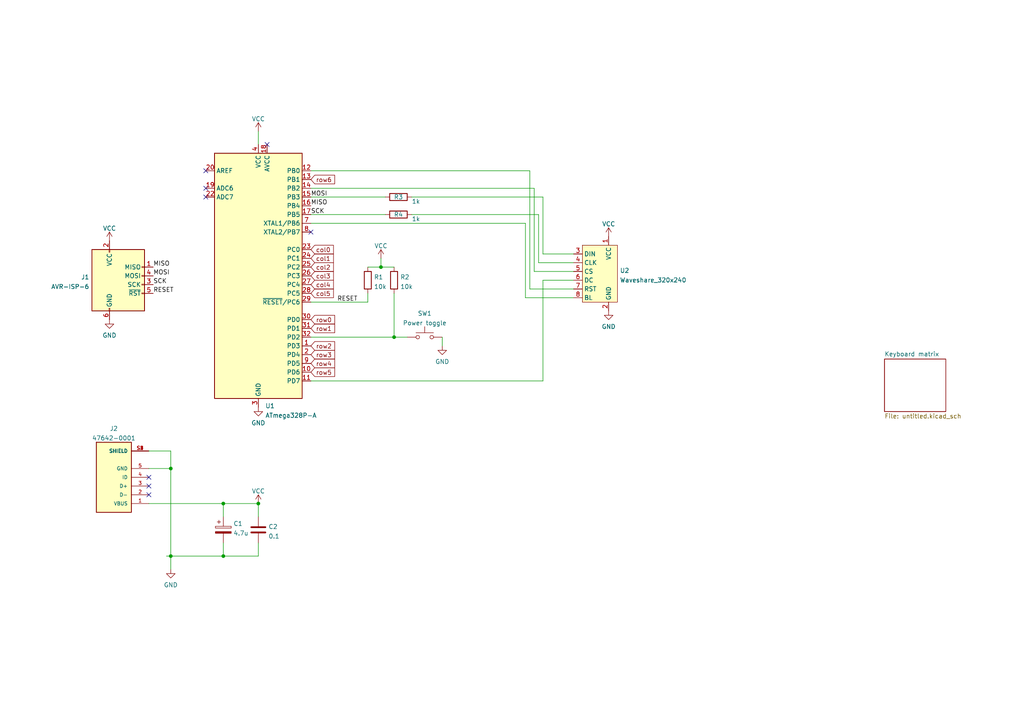
<source format=kicad_sch>
(kicad_sch (version 20211123) (generator eeschema)
  (paper "A4")
  (lib_symbols
    (symbol "47642-0001:47642-0001" (pin_names (offset 1.016))
      (property "Reference" "J" (at -5.08 11.43 0))
      (property "Value" "47642-0001" (at -5.08 -12.7 0))
      (symbol "47642-0001_0_0"
        (rectangle (start -5.08 -10.16) (end 5.08 10.16) (stroke (width 0.254)) (fill (type background)))
        (pin power_in line (at -10.16 7.62 0) (length 5.08) (name "VBUS") (number "1"))
        (pin bidirectional line (at -10.16 5.08 0) (length 5.08) (name "D-") (number "2"))
        (pin bidirectional line (at -10.16 2.54 0) (length 5.08) (name "D+") (number "3"))
        (pin bidirectional line (at -10.16 0 0) (length 5.08) (name "ID") (number "4"))
        (pin power_in line (at -10.16 -2.54 0) (length 5.08) (name "GND") (number "5"))
        (pin power_in line (at -10.16 -7.62 0) (length 5.08) (name "SHIELD") (number "S1"))
        (pin power_in line (at -10.16 -7.62 0) (length 5.08) (name "SHIELD") (number "S2"))
        (pin power_in line (at -10.16 -7.62 0) (length 5.08) (name "SHIELD") (number "S3"))
        (pin power_in line (at -10.16 -7.62 0) (length 5.08) (name "SHIELD") (number "S4"))
      )
    )
    (symbol "Connector:AVR-ISP-6" (pin_names (offset 1.016))
      (property "Reference" "J" (at -6.35 11.43 0))
      (property "Value" "AVR-ISP-6" (at 0 11.43 0))
      (symbol "AVR-ISP-6_0_1"
        (rectangle (start -2.667 -6.858) (end -2.413 -7.62))
        (rectangle (start -2.667 10.16) (end -2.413 9.398))
        (rectangle (start 7.62 -2.413) (end 6.858 -2.667))
        (rectangle (start 7.62 0.127) (end 6.858 -0.127))
        (rectangle (start 7.62 2.667) (end 6.858 2.413))
        (rectangle (start 7.62 5.207) (end 6.858 4.953))
        (rectangle (start 7.62 10.16) (end -7.62 -7.62) (stroke (width 0.254)) (fill (type background)))
      )
      (symbol "AVR-ISP-6_1_1"
        (pin passive line (at 10.16 5.08 180) (length 2.54) (name "MISO") (number "1"))
        (pin passive line (at -2.54 12.7 270) (length 2.54) (name "VCC") (number "2"))
        (pin passive line (at 10.16 0 180) (length 2.54) (name "SCK") (number "3"))
        (pin passive line (at 10.16 2.54 180) (length 2.54) (name "MOSI") (number "4"))
        (pin passive line (at 10.16 -2.54 180) (length 2.54) (name "~{RST}") (number "5"))
        (pin passive line (at -2.54 -10.16 90) (length 2.54) (name "GND") (number "6"))
      )
    )
    (symbol "Device:C" (pin_numbers hide) (pin_names (offset 0.254))
      (property "Reference" "C" (at 0.635 2.54 0))
      (property "Value" "C" (at 0.635 -2.54 0))
      (symbol "C_0_1"
        (polyline (pts (xy -2.032 -0.762) (xy 2.032 -0.762)) (stroke (width 0.508)))
        (polyline (pts (xy -2.032 0.762) (xy 2.032 0.762)) (stroke (width 0.508)))
      )
      (symbol "C_1_1"
        (pin passive line (at 0 3.81 270) (length 2.794) (name "~") (number "1"))
        (pin passive line (at 0 -3.81 90) (length 2.794) (name "~") (number "2"))
      )
    )
    (symbol "Device:C_Polarized" (pin_numbers hide) (pin_names (offset 0.254))
      (property "Reference" "C" (at 0.635 2.54 0))
      (property "Value" "C_Polarized" (at 0.635 -2.54 0))
      (symbol "C_Polarized_0_1"
        (rectangle (start -2.286 0.508) (end 2.286 1.016))
        (polyline (pts (xy -1.778 2.286) (xy -0.762 2.286)))
        (polyline (pts (xy -1.27 2.794) (xy -1.27 1.778)))
        (rectangle (start 2.286 -0.508) (end -2.286 -1.016) (fill (type outline)))
      )
      (symbol "C_Polarized_1_1"
        (pin passive line (at 0 3.81 270) (length 2.794) (name "~") (number "1"))
        (pin passive line (at 0 -3.81 90) (length 2.794) (name "~") (number "2"))
      )
    )
    (symbol "Device:R" (pin_numbers hide) (pin_names (offset 0))
      (property "Reference" "R" (at 2.032 0 90))
      (property "Value" "R" (at 0 0 90))
      (symbol "R_0_1"
        (rectangle (start -1.016 -2.54) (end 1.016 2.54) (stroke (width 0.254)))
      )
      (symbol "R_1_1"
        (pin passive line (at 0 3.81 270) (length 1.27) (name "~") (number "1"))
        (pin passive line (at 0 -3.81 90) (length 1.27) (name "~") (number "2"))
      )
    )
    (symbol "MCU_Microchip_ATmega:ATmega328P-A"
      (property "Reference" "U" (at -12.7 36.83 0))
      (property "Value" "ATmega328P-A" (at 2.54 -36.83 0))
      (symbol "ATmega328P-A_0_1"
        (rectangle (start -12.7 -35.56) (end 12.7 35.56) (stroke (width 0.254)) (fill (type background)))
      )
      (symbol "ATmega328P-A_1_1"
        (pin bidirectional line (at 15.24 -20.32 180) (length 2.54) (name "PD3") (number "1"))
        (pin bidirectional line (at 15.24 -27.94 180) (length 2.54) (name "PD6") (number "10"))
        (pin bidirectional line (at 15.24 -30.48 180) (length 2.54) (name "PD7") (number "11"))
        (pin bidirectional line (at 15.24 30.48 180) (length 2.54) (name "PB0") (number "12"))
        (pin bidirectional line (at 15.24 27.94 180) (length 2.54) (name "PB1") (number "13"))
        (pin bidirectional line (at 15.24 25.4 180) (length 2.54) (name "PB2") (number "14"))
        (pin bidirectional line (at 15.24 22.86 180) (length 2.54) (name "PB3") (number "15"))
        (pin bidirectional line (at 15.24 20.32 180) (length 2.54) (name "PB4") (number "16"))
        (pin bidirectional line (at 15.24 17.78 180) (length 2.54) (name "PB5") (number "17"))
        (pin power_in line (at 2.54 38.1 270) (length 2.54) (name "AVCC") (number "18"))
        (pin input line (at -15.24 25.4 0) (length 2.54) (name "ADC6") (number "19"))
        (pin bidirectional line (at 15.24 -22.86 180) (length 2.54) (name "PD4") (number "2"))
        (pin passive line (at -15.24 30.48 0) (length 2.54) (name "AREF") (number "20"))
        (pin passive line (at 0 -38.1 90) (length 2.54) hide (name "GND") (number "21"))
        (pin input line (at -15.24 22.86 0) (length 2.54) (name "ADC7") (number "22"))
        (pin bidirectional line (at 15.24 7.62 180) (length 2.54) (name "PC0") (number "23"))
        (pin bidirectional line (at 15.24 5.08 180) (length 2.54) (name "PC1") (number "24"))
        (pin bidirectional line (at 15.24 2.54 180) (length 2.54) (name "PC2") (number "25"))
        (pin bidirectional line (at 15.24 0 180) (length 2.54) (name "PC3") (number "26"))
        (pin bidirectional line (at 15.24 -2.54 180) (length 2.54) (name "PC4") (number "27"))
        (pin bidirectional line (at 15.24 -5.08 180) (length 2.54) (name "PC5") (number "28"))
        (pin bidirectional line (at 15.24 -7.62 180) (length 2.54) (name "~{RESET}/PC6") (number "29"))
        (pin power_in line (at 0 -38.1 90) (length 2.54) (name "GND") (number "3"))
        (pin bidirectional line (at 15.24 -12.7 180) (length 2.54) (name "PD0") (number "30"))
        (pin bidirectional line (at 15.24 -15.24 180) (length 2.54) (name "PD1") (number "31"))
        (pin bidirectional line (at 15.24 -17.78 180) (length 2.54) (name "PD2") (number "32"))
        (pin power_in line (at 0 38.1 270) (length 2.54) (name "VCC") (number "4"))
        (pin passive line (at 0 -38.1 90) (length 2.54) hide (name "GND") (number "5"))
        (pin passive line (at 0 38.1 270) (length 2.54) hide (name "VCC") (number "6"))
        (pin bidirectional line (at 15.24 15.24 180) (length 2.54) (name "XTAL1/PB6") (number "7"))
        (pin bidirectional line (at 15.24 12.7 180) (length 2.54) (name "XTAL2/PB7") (number "8"))
        (pin bidirectional line (at 15.24 -25.4 180) (length 2.54) (name "PD5") (number "9"))
      )
    )
    (symbol "Switch:SW_Push" (pin_numbers hide) (pin_names (offset 1.016) hide)
      (property "Reference" "SW" (at 1.27 2.54 0))
      (property "Value" "SW_Push" (at 0 -1.524 0))
      (symbol "SW_Push_0_1"
        (circle (center -2.032 0) (radius 0.508))
        (polyline (pts (xy 0 1.27) (xy 0 3.048)))
        (polyline (pts (xy 2.54 1.27) (xy -2.54 1.27)))
        (circle (center 2.032 0) (radius 0.508))
        (pin passive line (at -5.08 0 0) (length 2.54) (name "1") (number "1"))
        (pin passive line (at 5.08 0 180) (length 2.54) (name "2") (number "2"))
      )
    )
    (symbol "Venom:Waveshare_320x240"
      (property "Reference" "U" (at -1.27 7.62 0))
      (property "Value" "Waveshare_320x240" (at 8.89 0 90))
      (symbol "Waveshare_320x240_0_1"
        (rectangle (start -2.54 6.35) (end 7.62 -10.16) (stroke (width 0.1524)) (fill (type background)))
      )
      (symbol "Waveshare_320x240_1_1"
        (pin input line (at 5.08 8.89 270) (length 2.54) (name "VCC") (number "1"))
        (pin input line (at 5.08 -12.7 90) (length 2.54) (name "GND") (number "2"))
        (pin input line (at -5.08 3.81 0) (length 2.54) (name "DIN") (number "3"))
        (pin input line (at -5.08 1.27 0) (length 2.54) (name "CLK") (number "4"))
        (pin input line (at -5.08 -1.27 0) (length 2.54) (name "CS") (number "5"))
        (pin input line (at -5.08 -3.81 0) (length 2.54) (name "DC") (number "6"))
        (pin input line (at -5.08 -6.35 0) (length 2.54) (name "RST") (number "7"))
        (pin input line (at -5.08 -8.89 0) (length 2.54) (name "BL") (number "8"))
      )
    )
    (symbol "power:GND" (power) (pin_names (offset 0))
      (property "Value" "GND" (at 0 -3.81 0))
      (symbol "GND_0_1"
        (polyline (pts (xy 0 0) (xy 0 -1.27) (xy 1.27 -1.27) (xy 0 -2.54) (xy -1.27 -1.27) (xy 0 -1.27)))
      )
      (symbol "GND_1_1"
        (pin power_in line (at 0 0 270) (length 0) hide (name "GND") (number "1"))
      )
    )
    (symbol "power:VCC" (power) (pin_names (offset 0))
      (property "Value" "VCC" (at 0 3.81 0))
      (symbol "VCC_0_1"
        (polyline (pts (xy -0.762 1.27) (xy 0 2.54)))
        (polyline (pts (xy 0 0) (xy 0 2.54)))
        (polyline (pts (xy 0 2.54) (xy 0.762 1.27)))
      )
      (symbol "VCC_1_1"
        (pin power_in line (at 0 0 90) (length 0) hide (name "VCC") (number "1"))
      )
    )
  )
  (junction (at 64.77 161.29))
  (junction (at 114.3 97.79))
  (junction (at 110.49 77.47))
  (junction (at 49.53 161.29))
  (junction (at 49.53 135.89))
  (junction (at 64.77 146.05))
  (junction (at 74.93 146.05))
  (no_connect (at 43.18 138.43))
  (no_connect (at 43.18 140.97))
  (no_connect (at 43.18 143.51))
  (no_connect (at 77.47 41.91))
  (no_connect (at 59.69 57.15))
  (no_connect (at 59.69 49.53))
  (no_connect (at 59.69 54.61))
  (no_connect (at 90.17 67.31))
  (wire (pts (xy 64.77 161.29) (xy 74.93 161.29)))
  (wire (pts (xy 49.53 161.29) (xy 64.77 161.29)))
  (wire (pts (xy 157.48 57.15) (xy 157.48 73.66)))
  (wire (pts (xy 110.49 77.47) (xy 114.3 77.47)))
  (wire (pts (xy 49.53 130.81) (xy 49.53 135.89)))
  (wire (pts (xy 106.68 77.47) (xy 110.49 77.47)))
  (wire (pts (xy 90.17 62.23) (xy 111.76 62.23)))
  (wire (pts (xy 114.3 97.79) (xy 114.3 85.09)))
  (wire (pts (xy 153.67 49.53) (xy 153.67 83.82)))
  (wire (pts (xy 64.77 161.29) (xy 64.77 157.48)))
  (wire (pts (xy 90.17 54.61) (xy 154.94 54.61)))
  (wire (pts (xy 48.26 161.29) (xy 49.53 161.29)))
  (wire (pts (xy 154.94 78.74) (xy 166.37 78.74)))
  (wire (pts (xy 119.38 62.23) (xy 156.21 62.23)))
  (wire (pts (xy 90.17 87.63) (xy 106.68 87.63)))
  (wire (pts (xy 128.27 97.79) (xy 128.27 100.33)))
  (wire (pts (xy 49.53 165.1) (xy 49.53 161.29)))
  (wire (pts (xy 74.93 146.05) (xy 74.93 149.86)))
  (wire (pts (xy 106.68 87.63) (xy 106.68 85.09)))
  (wire (pts (xy 90.17 49.53) (xy 153.67 49.53)))
  (wire (pts (xy 157.48 81.28) (xy 166.37 81.28)))
  (wire (pts (xy 74.93 161.29) (xy 74.93 157.48)))
  (wire (pts (xy 49.53 135.89) (xy 49.53 161.29)))
  (wire (pts (xy 64.77 146.05) (xy 64.77 149.86)))
  (wire (pts (xy 153.67 83.82) (xy 166.37 83.82)))
  (wire (pts (xy 154.94 54.61) (xy 154.94 78.74)))
  (wire (pts (xy 152.4 64.77) (xy 152.4 86.36)))
  (wire (pts (xy 152.4 86.36) (xy 166.37 86.36)))
  (wire (pts (xy 110.49 74.93) (xy 110.49 77.47)))
  (wire (pts (xy 157.48 110.49) (xy 157.48 81.28)))
  (wire (pts (xy 74.93 38.1) (xy 74.93 41.91)))
  (wire (pts (xy 119.38 57.15) (xy 157.48 57.15)))
  (wire (pts (xy 43.18 146.05) (xy 64.77 146.05)))
  (wire (pts (xy 64.77 146.05) (xy 74.93 146.05)))
  (wire (pts (xy 90.17 57.15) (xy 111.76 57.15)))
  (wire (pts (xy 90.17 97.79) (xy 114.3 97.79)))
  (wire (pts (xy 43.18 130.81) (xy 49.53 130.81)))
  (wire (pts (xy 90.17 64.77) (xy 152.4 64.77)))
  (wire (pts (xy 157.48 73.66) (xy 166.37 73.66)))
  (wire (pts (xy 43.18 135.89) (xy 49.53 135.89)))
  (wire (pts (xy 90.17 110.49) (xy 157.48 110.49)))
  (wire (pts (xy 156.21 62.23) (xy 156.21 76.2)))
  (wire (pts (xy 114.3 97.79) (xy 118.11 97.79)))
  (wire (pts (xy 156.21 76.2) (xy 166.37 76.2)))
  (label "MOSI" (at 90.17 57.15 0))
  (label "MISO" (at 90.17 59.69 0))
  (label "SCK" (at 90.17 62.23 0))
  (label "SCK" (at 44.45 82.55 0))
  (label "RESET" (at 44.45 85.09 0))
  (label "MOSI" (at 44.45 80.01 0))
  (label "RESET" (at 97.79 87.63 0))
  (label "MISO" (at 44.45 77.47 0))
  (global_label "col2" (shape input) (at 90.17 77.47 0) (property "Intersheet References" "${INTERSHEET_REFS}" (effects hide)))
  (global_label "row0" (shape input) (at 90.17 92.71 0) (property "Intersheet References" "${INTERSHEET_REFS}" (effects hide)))
  (global_label "row1" (shape input) (at 90.17 95.25 0) (property "Intersheet References" "${INTERSHEET_REFS}" (effects hide)))
  (global_label "col3" (shape input) (at 90.17 80.01 0) (property "Intersheet References" "${INTERSHEET_REFS}" (effects hide)))
  (global_label "row6" (shape input) (at 90.17 52.07 0) (property "Intersheet References" "${INTERSHEET_REFS}" (effects hide)))
  (global_label "row4" (shape input) (at 90.17 105.41 0) (property "Intersheet References" "${INTERSHEET_REFS}" (effects hide)))
  (global_label "col5" (shape input) (at 90.17 85.09 0) (property "Intersheet References" "${INTERSHEET_REFS}" (effects hide)))
  (global_label "row2" (shape input) (at 90.17 100.33 0) (property "Intersheet References" "${INTERSHEET_REFS}" (effects hide)))
  (global_label "col0" (shape input) (at 90.17 72.39 0) (property "Intersheet References" "${INTERSHEET_REFS}" (effects hide)))
  (global_label "row5" (shape input) (at 90.17 107.95 0) (property "Intersheet References" "${INTERSHEET_REFS}" (effects hide)))
  (global_label "col4" (shape input) (at 90.17 82.55 0) (property "Intersheet References" "${INTERSHEET_REFS}" (effects hide)))
  (global_label "col1" (shape input) (at 90.17 74.93 0) (property "Intersheet References" "${INTERSHEET_REFS}" (effects hide)))
  (global_label "row3" (shape input) (at 90.17 102.87 0) (property "Intersheet References" "${INTERSHEET_REFS}" (effects hide)))
  (symbol (lib_id "Switch:SW_Push") (at 123.19 97.79 0) (unit 1)
    (property "Reference" "SW1" (at 123.19 90.9025 0))
    (property "Value" "Power toggle" (at 123.19 93.6776 0))
    (property "Footprint" "Button_Switch_THT:SW_PUSH_6mm" (effects hide))
  )
  (symbol (lib_id "power:VCC") (at 31.75 69.85 0) (unit 1)
    (property "Reference" "#PWR01" (effects hide))
    (property "Value" "VCC" (at 31.75 66.2455 0))
  )
  (symbol (lib_id "MCU_Microchip_ATmega:ATmega328P-A") (at 74.93 80.01 0) (unit 1)
    (property "Reference" "U1" (at 76.9494 117.7195 0) (effects (justify left)))
    (property "Value" "ATmega328P-A" (at 76.9494 120.4946 0) (effects (justify left)))
    (property "Footprint" "Package_QFP:TQFP-32_7x7mm_P0.8mm" (effects hide))
    (property "Datasheet" "http://ww1.microchip.com/downloads/en/DeviceDoc/ATmega328_P%20AVR%20MCU%20with%20picoPower%20Technology%20Data%20Sheet%2040001984A.pdf" (effects hide))
  )
  (symbol (lib_id "Device:C_Polarized") (at 64.77 153.67 0) (unit 1)
    (property "Reference" "C1" (at 67.691 151.8725 0) (effects (justify left)))
    (property "Value" "4.7u" (at 67.691 154.6476 0) (effects (justify left)))
    (property "Footprint" "Capacitor_SMD:C_0805_2012Metric_Pad1.18x1.45mm_HandSolder" (effects hide))
  )
  (symbol (lib_id "power:GND") (at 31.75 92.71 0) (unit 1)
    (property "Reference" "#PWR02" (effects hide))
    (property "Value" "GND" (at 31.75 97.2725 0))
  )
  (symbol (lib_id "power:GND") (at 176.53 90.17 0) (unit 1)
    (property "Reference" "#PWR010" (effects hide))
    (property "Value" "GND" (at 176.53 94.7325 0))
  )
  (symbol (lib_id "power:VCC") (at 74.93 38.1 0) (unit 1)
    (property "Reference" "#PWR04" (effects hide))
    (property "Value" "VCC" (at 74.93 34.4955 0))
  )
  (symbol (lib_id "Device:R") (at 115.57 62.23 90) (unit 1)
    (property "Reference" "R4" (at 115.57 62.23 90))
    (property "Value" "1k" (at 120.65 63.5 90))
    (property "Footprint" "Resistor_SMD:R_0805_2012Metric_Pad1.20x1.40mm_HandSolder" (effects hide))
  )
  (symbol (lib_id "power:VCC") (at 110.49 74.93 0) (unit 1)
    (property "Reference" "#PWR07" (effects hide))
    (property "Value" "VCC" (at 110.49 71.3255 0))
  )
  (symbol (lib_id "Connector:AVR-ISP-6") (at 34.29 82.55 0) (unit 1)
    (property "Reference" "J1" (at 25.9081 80.3715 0) (effects (justify right)))
    (property "Value" "AVR-ISP-6" (at 25.9081 83.1466 0) (effects (justify right)))
    (property "Footprint" "Connector_PinHeader_2.54mm:PinHeader_2x03_P2.54mm_Vertical" (effects hide))
    (property "Datasheet" " ~" (effects hide))
  )
  (symbol (lib_id "power:VCC") (at 74.93 146.05 0) (unit 1)
    (property "Reference" "#PWR06" (effects hide))
    (property "Value" "VCC" (at 74.93 142.4455 0))
  )
  (symbol (lib_id "power:GND") (at 74.93 118.11 0) (unit 1)
    (property "Reference" "#PWR05" (effects hide))
    (property "Value" "GND" (at 74.93 122.6725 0))
  )
  (symbol (lib_id "Venom:Waveshare_320x240") (at 171.45 77.47 0) (unit 1)
    (property "Reference" "U2" (at 179.7812 78.4665 0) (effects (justify left)))
    (property "Value" "Waveshare_320x240" (at 179.7812 81.2416 0) (effects (justify left)))
    (property "Footprint" "Venom:Waveshare_320x240" (effects hide))
  )
  (symbol (lib_id "power:GND") (at 49.53 165.1 0) (unit 1)
    (property "Reference" "#PWR03" (effects hide))
    (property "Value" "GND" (at 49.53 169.6625 0))
  )
  (symbol (lib_id "power:GND") (at 128.27 100.33 0) (unit 1)
    (property "Reference" "#PWR08" (effects hide))
    (property "Value" "GND" (at 128.27 104.8925 0))
  )
  (symbol (lib_id "47642-0001:47642-0001") (at 33.02 138.43 180) (unit 1)
    (property "Reference" "J2" (at 33.02 124.3035 0))
    (property "Value" "47642-0001" (at 33.02 127.0786 0))
    (property "Footprint" "47642-0001:MOLEX_47642-0001" (effects hide))
    (property "MP" "47642-0001" (effects hide))
    (property "MF" "Molex" (effects hide))
    (property "AVAILABILITY" "Unavailable" (effects hide))
    (property "PRICE" "None" (effects hide))
    (property "DESCRIPTION" "USB - micro B Receptacle Connector 5 Position Board Edge, Cutout; Surface Mount, Right Angle" (effects hide))
    (property "PACKAGE" "None" (effects hide))
  )
  (symbol (lib_id "Device:R") (at 114.3 81.28 0) (unit 1)
    (property "Reference" "R2" (at 116.078 80.3715 0) (effects (justify left)))
    (property "Value" "10k" (at 116.078 83.1466 0) (effects (justify left)))
    (property "Footprint" "Resistor_SMD:R_0805_2012Metric_Pad1.20x1.40mm_HandSolder" (effects hide))
  )
  (symbol (lib_id "Device:R") (at 115.57 57.15 90) (unit 1)
    (property "Reference" "R3" (at 115.57 57.15 90))
    (property "Value" "1k" (at 120.65 58.42 90))
    (property "Footprint" "Resistor_SMD:R_0805_2012Metric_Pad1.20x1.40mm_HandSolder" (effects hide))
  )
  (symbol (lib_id "Device:C") (at 74.93 153.67 0) (unit 1)
    (property "Reference" "C2" (at 77.851 152.7615 0) (effects (justify left)))
    (property "Value" "0.1" (at 77.851 155.5366 0) (effects (justify left)))
    (property "Footprint" "Capacitor_SMD:C_0805_2012Metric_Pad1.18x1.45mm_HandSolder" (effects hide))
  )
  (symbol (lib_id "power:VCC") (at 176.53 68.58 0) (unit 1)
    (property "Reference" "#PWR09" (effects hide))
    (property "Value" "VCC" (at 176.53 64.9755 0))
  )
  (symbol (lib_id "Device:R") (at 106.68 81.28 0) (unit 1)
    (property "Reference" "R1" (at 108.458 80.3715 0) (effects (justify left)))
    (property "Value" "10k" (at 108.458 83.1466 0) (effects (justify left)))
    (property "Footprint" "Resistor_SMD:R_0805_2012Metric_Pad1.20x1.40mm_HandSolder" (effects hide))
  )
  (sheet (at 256.54 104.14) (size 17.78 15.24) (stroke (width 0.1524))
    (property "Sheet name" "Keyboard matrix" (at 256.54 103.4284 0) (effects (justify left bottom)))
    (property "Sheet file" "untitled.kicad_sch" (at 256.54 119.9646 0) (effects (justify left top)))
  )
)
</source>
